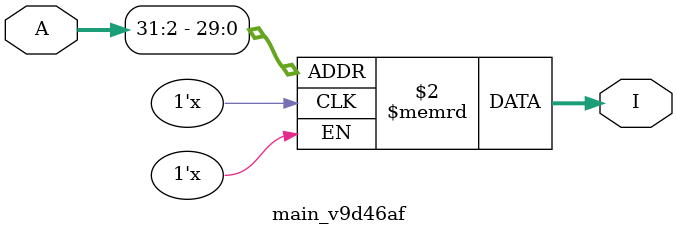
<source format=v>

`default_nettype none

module main #(
 parameter v7a9501 = "v7a9501.list"
) (
 input [31:0] vf330bb,
 output [31:0] v7b0b31,
 output [0:7] vinit
);
 localparam p0 = v7a9501;
 wire [0:31] w1;
 wire [0:31] w2;
 assign w1 = vf330bb;
 assign v7b0b31 = w2;
 main_v9d46af #(
  .Table_Instruction(p0)
 ) v9d46af (
  .A(w1),
  .I(w2)
 );
 assign vinit = 8'b00000000;
endmodule

/*-------------------------------------------------*/
/*--   */
/*-- - - - - - - - - - - - - - - - - - - - - - - --*/
/*-- 
/*-------------------------------------------------*/

module main_v9d46af #(
 parameter Table_Instruction = 0
) (
 input [31:0] A,
 output [31:0] I
);
 // Address bus (32 bits)
 wire [31:0] A;
 // Instruction Bus (32 bits)
 reg [31:0] I;
 // Memory Instruction
 reg [31:0] ins [0:63];
 
 always @(*) begin
    I <= ins[A[31:2]];
 end
 
 // Memory contents read
 // from the Table_Instruction table
 initial begin
     if (Table_Instruction) $readmemh(Table_Instruction, ins);
 end
endmodule

</source>
